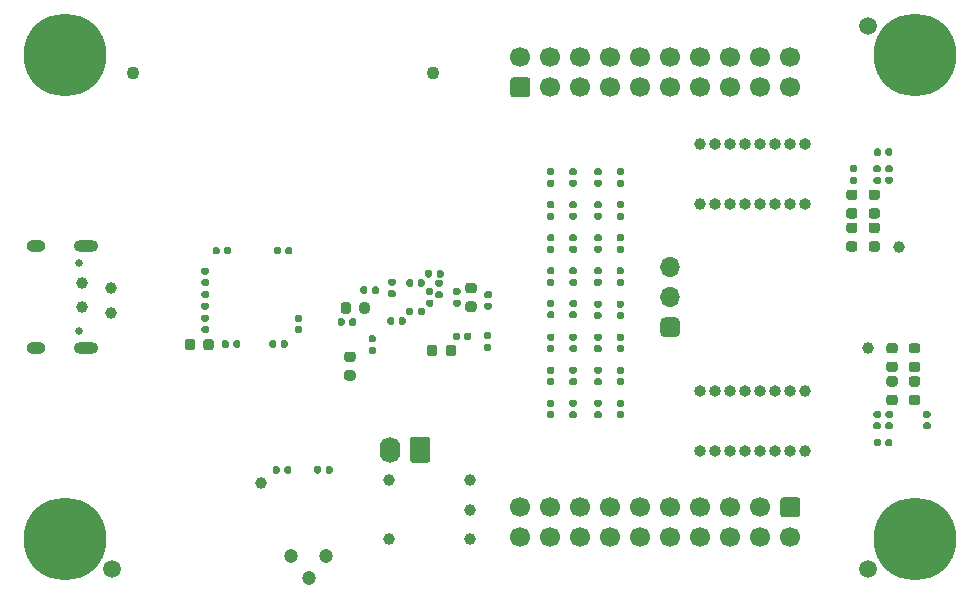
<source format=gbs>
G04 #@! TF.GenerationSoftware,KiCad,Pcbnew,5.1.8*
G04 #@! TF.CreationDate,2020-12-26T16:11:21-08:00*
G04 #@! TF.ProjectId,glasgow,676c6173-676f-4772-9e6b-696361645f70,C2*
G04 #@! TF.SameCoordinates,Original*
G04 #@! TF.FileFunction,Soldermask,Bot*
G04 #@! TF.FilePolarity,Negative*
%FSLAX46Y46*%
G04 Gerber Fmt 4.6, Leading zero omitted, Abs format (unit mm)*
G04 Created by KiCad (PCBNEW 5.1.8) date 2020-12-26 16:11:21*
%MOMM*%
%LPD*%
G01*
G04 APERTURE LIST*
%ADD10C,1.200000*%
%ADD11O,1.600000X1.000000*%
%ADD12C,0.650000*%
%ADD13O,2.100000X1.000000*%
%ADD14C,1.100000*%
%ADD15C,1.700000*%
%ADD16C,1.000000*%
%ADD17O,1.000000X1.000000*%
%ADD18O,1.700000X1.700000*%
%ADD19C,1.500000*%
%ADD20O,1.740000X2.200000*%
%ADD21C,7.000000*%
%ADD22C,0.800000*%
G04 APERTURE END LIST*
D10*
X74650000Y-119230000D03*
X76150000Y-117380000D03*
X73150000Y-117380000D03*
D11*
X51600000Y-99820000D03*
D12*
X55250000Y-98390000D03*
D11*
X51600000Y-91180000D03*
D12*
X55250000Y-92610000D03*
D13*
X55780000Y-91180000D03*
X55780000Y-99820000D03*
D14*
X85200000Y-76500000D03*
X59800000Y-76500000D03*
G36*
G01*
X93170000Y-78570000D02*
X91970000Y-78570000D01*
G75*
G02*
X91720000Y-78320000I0J250000D01*
G01*
X91720000Y-77120000D01*
G75*
G02*
X91970000Y-76870000I250000J0D01*
G01*
X93170000Y-76870000D01*
G75*
G02*
X93420000Y-77120000I0J-250000D01*
G01*
X93420000Y-78320000D01*
G75*
G02*
X93170000Y-78570000I-250000J0D01*
G01*
G37*
D15*
X95110000Y-77720000D03*
X97650000Y-77720000D03*
X100190000Y-77720000D03*
X102730000Y-77720000D03*
X105270000Y-77720000D03*
X107810000Y-77720000D03*
X110350000Y-77720000D03*
X112890000Y-77720000D03*
X115430000Y-77720000D03*
X92570000Y-75180000D03*
X95110000Y-75180000D03*
X97650000Y-75180000D03*
X100190000Y-75180000D03*
X102730000Y-75180000D03*
X105270000Y-75180000D03*
X107810000Y-75180000D03*
X110350000Y-75180000D03*
X112890000Y-75180000D03*
X115430000Y-75180000D03*
G36*
G01*
X114830000Y-112430000D02*
X116030000Y-112430000D01*
G75*
G02*
X116280000Y-112680000I0J-250000D01*
G01*
X116280000Y-113880000D01*
G75*
G02*
X116030000Y-114130000I-250000J0D01*
G01*
X114830000Y-114130000D01*
G75*
G02*
X114580000Y-113880000I0J250000D01*
G01*
X114580000Y-112680000D01*
G75*
G02*
X114830000Y-112430000I250000J0D01*
G01*
G37*
X112890000Y-113280000D03*
X110350000Y-113280000D03*
X107810000Y-113280000D03*
X105270000Y-113280000D03*
X102730000Y-113280000D03*
X100190000Y-113280000D03*
X97650000Y-113280000D03*
X95110000Y-113280000D03*
X92570000Y-113280000D03*
X115430000Y-115820000D03*
X112890000Y-115820000D03*
X110350000Y-115820000D03*
X107810000Y-115820000D03*
X105270000Y-115820000D03*
X102730000Y-115820000D03*
X100190000Y-115820000D03*
X97650000Y-115820000D03*
X95110000Y-115820000D03*
X92570000Y-115820000D03*
D16*
X107800000Y-87600000D03*
D17*
X109070000Y-87600000D03*
X110340000Y-87600000D03*
X111610000Y-87600000D03*
X112880000Y-87600000D03*
X114150000Y-87600000D03*
X115420000Y-87600000D03*
X116690000Y-87600000D03*
D16*
X107800000Y-82500000D03*
D17*
X109070000Y-82500000D03*
X110340000Y-82500000D03*
X111610000Y-82500000D03*
X112880000Y-82500000D03*
X114150000Y-82500000D03*
X115420000Y-82500000D03*
X116690000Y-82500000D03*
D16*
X116700000Y-103420000D03*
D17*
X115430000Y-103420000D03*
X114160000Y-103420000D03*
X112890000Y-103420000D03*
X111620000Y-103420000D03*
X110350000Y-103420000D03*
X109080000Y-103420000D03*
X107810000Y-103420000D03*
D16*
X116700000Y-108500000D03*
D17*
X115430000Y-108500000D03*
X114160000Y-108500000D03*
X112890000Y-108500000D03*
X111620000Y-108500000D03*
X110350000Y-108500000D03*
X109080000Y-108500000D03*
X107810000Y-108500000D03*
G36*
G01*
X106120000Y-97615000D02*
X106120000Y-98465000D01*
G75*
G02*
X105695000Y-98890000I-425000J0D01*
G01*
X104845000Y-98890000D01*
G75*
G02*
X104420000Y-98465000I0J425000D01*
G01*
X104420000Y-97615000D01*
G75*
G02*
X104845000Y-97190000I425000J0D01*
G01*
X105695000Y-97190000D01*
G75*
G02*
X106120000Y-97615000I0J-425000D01*
G01*
G37*
D18*
X105270000Y-95500000D03*
X105270000Y-92960000D03*
D19*
X122000000Y-118500000D03*
X122000000Y-72500000D03*
X58000000Y-118500000D03*
G36*
G01*
X84970000Y-107549999D02*
X84970000Y-109250001D01*
G75*
G02*
X84720001Y-109500000I-249999J0D01*
G01*
X83479999Y-109500000D01*
G75*
G02*
X83230000Y-109250001I0J249999D01*
G01*
X83230000Y-107549999D01*
G75*
G02*
X83479999Y-107300000I249999J0D01*
G01*
X84720001Y-107300000D01*
G75*
G02*
X84970000Y-107549999I0J-249999D01*
G01*
G37*
D20*
X81560000Y-108400000D03*
G36*
G01*
X120906250Y-88825000D02*
X120393750Y-88825000D01*
G75*
G02*
X120175000Y-88606250I0J218750D01*
G01*
X120175000Y-88168750D01*
G75*
G02*
X120393750Y-87950000I218750J0D01*
G01*
X120906250Y-87950000D01*
G75*
G02*
X121125000Y-88168750I0J-218750D01*
G01*
X121125000Y-88606250D01*
G75*
G02*
X120906250Y-88825000I-218750J0D01*
G01*
G37*
G36*
G01*
X120906250Y-87250000D02*
X120393750Y-87250000D01*
G75*
G02*
X120175000Y-87031250I0J218750D01*
G01*
X120175000Y-86593750D01*
G75*
G02*
X120393750Y-86375000I218750J0D01*
G01*
X120906250Y-86375000D01*
G75*
G02*
X121125000Y-86593750I0J-218750D01*
G01*
X121125000Y-87031250D01*
G75*
G02*
X120906250Y-87250000I-218750J0D01*
G01*
G37*
G36*
G01*
X125693750Y-102175000D02*
X126206250Y-102175000D01*
G75*
G02*
X126425000Y-102393750I0J-218750D01*
G01*
X126425000Y-102831250D01*
G75*
G02*
X126206250Y-103050000I-218750J0D01*
G01*
X125693750Y-103050000D01*
G75*
G02*
X125475000Y-102831250I0J218750D01*
G01*
X125475000Y-102393750D01*
G75*
G02*
X125693750Y-102175000I218750J0D01*
G01*
G37*
G36*
G01*
X125693750Y-103750000D02*
X126206250Y-103750000D01*
G75*
G02*
X126425000Y-103968750I0J-218750D01*
G01*
X126425000Y-104406250D01*
G75*
G02*
X126206250Y-104625000I-218750J0D01*
G01*
X125693750Y-104625000D01*
G75*
G02*
X125475000Y-104406250I0J218750D01*
G01*
X125475000Y-103968750D01*
G75*
G02*
X125693750Y-103750000I218750J0D01*
G01*
G37*
G36*
G01*
X120906250Y-91625000D02*
X120393750Y-91625000D01*
G75*
G02*
X120175000Y-91406250I0J218750D01*
G01*
X120175000Y-90968750D01*
G75*
G02*
X120393750Y-90750000I218750J0D01*
G01*
X120906250Y-90750000D01*
G75*
G02*
X121125000Y-90968750I0J-218750D01*
G01*
X121125000Y-91406250D01*
G75*
G02*
X120906250Y-91625000I-218750J0D01*
G01*
G37*
G36*
G01*
X120906250Y-90050000D02*
X120393750Y-90050000D01*
G75*
G02*
X120175000Y-89831250I0J218750D01*
G01*
X120175000Y-89393750D01*
G75*
G02*
X120393750Y-89175000I218750J0D01*
G01*
X120906250Y-89175000D01*
G75*
G02*
X121125000Y-89393750I0J-218750D01*
G01*
X121125000Y-89831250D01*
G75*
G02*
X120906250Y-90050000I-218750J0D01*
G01*
G37*
G36*
G01*
X125693750Y-99375000D02*
X126206250Y-99375000D01*
G75*
G02*
X126425000Y-99593750I0J-218750D01*
G01*
X126425000Y-100031250D01*
G75*
G02*
X126206250Y-100250000I-218750J0D01*
G01*
X125693750Y-100250000D01*
G75*
G02*
X125475000Y-100031250I0J218750D01*
G01*
X125475000Y-99593750D01*
G75*
G02*
X125693750Y-99375000I218750J0D01*
G01*
G37*
G36*
G01*
X125693750Y-100950000D02*
X126206250Y-100950000D01*
G75*
G02*
X126425000Y-101168750I0J-218750D01*
G01*
X126425000Y-101606250D01*
G75*
G02*
X126206250Y-101825000I-218750J0D01*
G01*
X125693750Y-101825000D01*
G75*
G02*
X125475000Y-101606250I0J218750D01*
G01*
X125475000Y-101168750D01*
G75*
G02*
X125693750Y-100950000I218750J0D01*
G01*
G37*
G36*
G01*
X123793750Y-103750000D02*
X124306250Y-103750000D01*
G75*
G02*
X124525000Y-103968750I0J-218750D01*
G01*
X124525000Y-104406250D01*
G75*
G02*
X124306250Y-104625000I-218750J0D01*
G01*
X123793750Y-104625000D01*
G75*
G02*
X123575000Y-104406250I0J218750D01*
G01*
X123575000Y-103968750D01*
G75*
G02*
X123793750Y-103750000I218750J0D01*
G01*
G37*
G36*
G01*
X123793750Y-102175000D02*
X124306250Y-102175000D01*
G75*
G02*
X124525000Y-102393750I0J-218750D01*
G01*
X124525000Y-102831250D01*
G75*
G02*
X124306250Y-103050000I-218750J0D01*
G01*
X123793750Y-103050000D01*
G75*
G02*
X123575000Y-102831250I0J218750D01*
G01*
X123575000Y-102393750D01*
G75*
G02*
X123793750Y-102175000I218750J0D01*
G01*
G37*
G36*
G01*
X122806250Y-87250000D02*
X122293750Y-87250000D01*
G75*
G02*
X122075000Y-87031250I0J218750D01*
G01*
X122075000Y-86593750D01*
G75*
G02*
X122293750Y-86375000I218750J0D01*
G01*
X122806250Y-86375000D01*
G75*
G02*
X123025000Y-86593750I0J-218750D01*
G01*
X123025000Y-87031250D01*
G75*
G02*
X122806250Y-87250000I-218750J0D01*
G01*
G37*
G36*
G01*
X122806250Y-88825000D02*
X122293750Y-88825000D01*
G75*
G02*
X122075000Y-88606250I0J218750D01*
G01*
X122075000Y-88168750D01*
G75*
G02*
X122293750Y-87950000I218750J0D01*
G01*
X122806250Y-87950000D01*
G75*
G02*
X123025000Y-88168750I0J-218750D01*
G01*
X123025000Y-88606250D01*
G75*
G02*
X122806250Y-88825000I-218750J0D01*
G01*
G37*
G36*
G01*
X123793750Y-100950000D02*
X124306250Y-100950000D01*
G75*
G02*
X124525000Y-101168750I0J-218750D01*
G01*
X124525000Y-101606250D01*
G75*
G02*
X124306250Y-101825000I-218750J0D01*
G01*
X123793750Y-101825000D01*
G75*
G02*
X123575000Y-101606250I0J218750D01*
G01*
X123575000Y-101168750D01*
G75*
G02*
X123793750Y-100950000I218750J0D01*
G01*
G37*
G36*
G01*
X123793750Y-99375000D02*
X124306250Y-99375000D01*
G75*
G02*
X124525000Y-99593750I0J-218750D01*
G01*
X124525000Y-100031250D01*
G75*
G02*
X124306250Y-100250000I-218750J0D01*
G01*
X123793750Y-100250000D01*
G75*
G02*
X123575000Y-100031250I0J218750D01*
G01*
X123575000Y-99593750D01*
G75*
G02*
X123793750Y-99375000I218750J0D01*
G01*
G37*
G36*
G01*
X122806250Y-90050000D02*
X122293750Y-90050000D01*
G75*
G02*
X122075000Y-89831250I0J218750D01*
G01*
X122075000Y-89393750D01*
G75*
G02*
X122293750Y-89175000I218750J0D01*
G01*
X122806250Y-89175000D01*
G75*
G02*
X123025000Y-89393750I0J-218750D01*
G01*
X123025000Y-89831250D01*
G75*
G02*
X122806250Y-90050000I-218750J0D01*
G01*
G37*
G36*
G01*
X122806250Y-91625000D02*
X122293750Y-91625000D01*
G75*
G02*
X122075000Y-91406250I0J218750D01*
G01*
X122075000Y-90968750D01*
G75*
G02*
X122293750Y-90750000I218750J0D01*
G01*
X122806250Y-90750000D01*
G75*
G02*
X123025000Y-90968750I0J-218750D01*
G01*
X123025000Y-91406250D01*
G75*
G02*
X122806250Y-91625000I-218750J0D01*
G01*
G37*
G36*
G01*
X120627500Y-85290000D02*
X120972500Y-85290000D01*
G75*
G02*
X121120000Y-85437500I0J-147500D01*
G01*
X121120000Y-85732500D01*
G75*
G02*
X120972500Y-85880000I-147500J0D01*
G01*
X120627500Y-85880000D01*
G75*
G02*
X120480000Y-85732500I0J147500D01*
G01*
X120480000Y-85437500D01*
G75*
G02*
X120627500Y-85290000I147500J0D01*
G01*
G37*
G36*
G01*
X120627500Y-84320000D02*
X120972500Y-84320000D01*
G75*
G02*
X121120000Y-84467500I0J-147500D01*
G01*
X121120000Y-84762500D01*
G75*
G02*
X120972500Y-84910000I-147500J0D01*
G01*
X120627500Y-84910000D01*
G75*
G02*
X120480000Y-84762500I0J147500D01*
G01*
X120480000Y-84467500D01*
G75*
G02*
X120627500Y-84320000I147500J0D01*
G01*
G37*
G36*
G01*
X127172500Y-105710000D02*
X126827500Y-105710000D01*
G75*
G02*
X126680000Y-105562500I0J147500D01*
G01*
X126680000Y-105267500D01*
G75*
G02*
X126827500Y-105120000I147500J0D01*
G01*
X127172500Y-105120000D01*
G75*
G02*
X127320000Y-105267500I0J-147500D01*
G01*
X127320000Y-105562500D01*
G75*
G02*
X127172500Y-105710000I-147500J0D01*
G01*
G37*
G36*
G01*
X127172500Y-106680000D02*
X126827500Y-106680000D01*
G75*
G02*
X126680000Y-106532500I0J147500D01*
G01*
X126680000Y-106237500D01*
G75*
G02*
X126827500Y-106090000I147500J0D01*
G01*
X127172500Y-106090000D01*
G75*
G02*
X127320000Y-106237500I0J-147500D01*
G01*
X127320000Y-106532500D01*
G75*
G02*
X127172500Y-106680000I-147500J0D01*
G01*
G37*
G36*
G01*
X88656250Y-95150000D02*
X88143750Y-95150000D01*
G75*
G02*
X87925000Y-94931250I0J218750D01*
G01*
X87925000Y-94493750D01*
G75*
G02*
X88143750Y-94275000I218750J0D01*
G01*
X88656250Y-94275000D01*
G75*
G02*
X88875000Y-94493750I0J-218750D01*
G01*
X88875000Y-94931250D01*
G75*
G02*
X88656250Y-95150000I-218750J0D01*
G01*
G37*
G36*
G01*
X88656250Y-96725000D02*
X88143750Y-96725000D01*
G75*
G02*
X87925000Y-96506250I0J218750D01*
G01*
X87925000Y-96068750D01*
G75*
G02*
X88143750Y-95850000I218750J0D01*
G01*
X88656250Y-95850000D01*
G75*
G02*
X88875000Y-96068750I0J-218750D01*
G01*
X88875000Y-96506250D01*
G75*
G02*
X88656250Y-96725000I-218750J0D01*
G01*
G37*
G36*
G01*
X78250000Y-96143750D02*
X78250000Y-96656250D01*
G75*
G02*
X78031250Y-96875000I-218750J0D01*
G01*
X77593750Y-96875000D01*
G75*
G02*
X77375000Y-96656250I0J218750D01*
G01*
X77375000Y-96143750D01*
G75*
G02*
X77593750Y-95925000I218750J0D01*
G01*
X78031250Y-95925000D01*
G75*
G02*
X78250000Y-96143750I0J-218750D01*
G01*
G37*
G36*
G01*
X79825000Y-96143750D02*
X79825000Y-96656250D01*
G75*
G02*
X79606250Y-96875000I-218750J0D01*
G01*
X79168750Y-96875000D01*
G75*
G02*
X78950000Y-96656250I0J218750D01*
G01*
X78950000Y-96143750D01*
G75*
G02*
X79168750Y-95925000I218750J0D01*
G01*
X79606250Y-95925000D01*
G75*
G02*
X79825000Y-96143750I0J-218750D01*
G01*
G37*
G36*
G01*
X86250000Y-100256250D02*
X86250000Y-99743750D01*
G75*
G02*
X86468750Y-99525000I218750J0D01*
G01*
X86906250Y-99525000D01*
G75*
G02*
X87125000Y-99743750I0J-218750D01*
G01*
X87125000Y-100256250D01*
G75*
G02*
X86906250Y-100475000I-218750J0D01*
G01*
X86468750Y-100475000D01*
G75*
G02*
X86250000Y-100256250I0J218750D01*
G01*
G37*
G36*
G01*
X84675000Y-100256250D02*
X84675000Y-99743750D01*
G75*
G02*
X84893750Y-99525000I218750J0D01*
G01*
X85331250Y-99525000D01*
G75*
G02*
X85550000Y-99743750I0J-218750D01*
G01*
X85550000Y-100256250D01*
G75*
G02*
X85331250Y-100475000I-218750J0D01*
G01*
X84893750Y-100475000D01*
G75*
G02*
X84675000Y-100256250I0J218750D01*
G01*
G37*
G36*
G01*
X77893750Y-101675000D02*
X78406250Y-101675000D01*
G75*
G02*
X78625000Y-101893750I0J-218750D01*
G01*
X78625000Y-102331250D01*
G75*
G02*
X78406250Y-102550000I-218750J0D01*
G01*
X77893750Y-102550000D01*
G75*
G02*
X77675000Y-102331250I0J218750D01*
G01*
X77675000Y-101893750D01*
G75*
G02*
X77893750Y-101675000I218750J0D01*
G01*
G37*
G36*
G01*
X77893750Y-100100000D02*
X78406250Y-100100000D01*
G75*
G02*
X78625000Y-100318750I0J-218750D01*
G01*
X78625000Y-100756250D01*
G75*
G02*
X78406250Y-100975000I-218750J0D01*
G01*
X77893750Y-100975000D01*
G75*
G02*
X77675000Y-100756250I0J218750D01*
G01*
X77675000Y-100318750D01*
G75*
G02*
X77893750Y-100100000I218750J0D01*
G01*
G37*
G36*
G01*
X65750000Y-99756250D02*
X65750000Y-99243750D01*
G75*
G02*
X65968750Y-99025000I218750J0D01*
G01*
X66406250Y-99025000D01*
G75*
G02*
X66625000Y-99243750I0J-218750D01*
G01*
X66625000Y-99756250D01*
G75*
G02*
X66406250Y-99975000I-218750J0D01*
G01*
X65968750Y-99975000D01*
G75*
G02*
X65750000Y-99756250I0J218750D01*
G01*
G37*
G36*
G01*
X64175000Y-99756250D02*
X64175000Y-99243750D01*
G75*
G02*
X64393750Y-99025000I218750J0D01*
G01*
X64831250Y-99025000D01*
G75*
G02*
X65050000Y-99243750I0J-218750D01*
G01*
X65050000Y-99756250D01*
G75*
G02*
X64831250Y-99975000I-218750J0D01*
G01*
X64393750Y-99975000D01*
G75*
G02*
X64175000Y-99756250I0J218750D01*
G01*
G37*
D21*
X126000000Y-75000000D03*
D22*
X128625000Y-75000000D03*
X127856155Y-76856155D03*
X126000000Y-77625000D03*
X124143845Y-76856155D03*
X123375000Y-75000000D03*
X124143845Y-73143845D03*
X126000000Y-72375000D03*
X127856155Y-73143845D03*
G36*
G01*
X122972500Y-84910000D02*
X122627500Y-84910000D01*
G75*
G02*
X122480000Y-84762500I0J147500D01*
G01*
X122480000Y-84467500D01*
G75*
G02*
X122627500Y-84320000I147500J0D01*
G01*
X122972500Y-84320000D01*
G75*
G02*
X123120000Y-84467500I0J-147500D01*
G01*
X123120000Y-84762500D01*
G75*
G02*
X122972500Y-84910000I-147500J0D01*
G01*
G37*
G36*
G01*
X122972500Y-85880000D02*
X122627500Y-85880000D01*
G75*
G02*
X122480000Y-85732500I0J147500D01*
G01*
X122480000Y-85437500D01*
G75*
G02*
X122627500Y-85290000I147500J0D01*
G01*
X122972500Y-85290000D01*
G75*
G02*
X123120000Y-85437500I0J-147500D01*
G01*
X123120000Y-85732500D01*
G75*
G02*
X122972500Y-85880000I-147500J0D01*
G01*
G37*
G36*
G01*
X123972500Y-84910000D02*
X123627500Y-84910000D01*
G75*
G02*
X123480000Y-84762500I0J147500D01*
G01*
X123480000Y-84467500D01*
G75*
G02*
X123627500Y-84320000I147500J0D01*
G01*
X123972500Y-84320000D01*
G75*
G02*
X124120000Y-84467500I0J-147500D01*
G01*
X124120000Y-84762500D01*
G75*
G02*
X123972500Y-84910000I-147500J0D01*
G01*
G37*
G36*
G01*
X123972500Y-85880000D02*
X123627500Y-85880000D01*
G75*
G02*
X123480000Y-85732500I0J147500D01*
G01*
X123480000Y-85437500D01*
G75*
G02*
X123627500Y-85290000I147500J0D01*
G01*
X123972500Y-85290000D01*
G75*
G02*
X124120000Y-85437500I0J-147500D01*
G01*
X124120000Y-85732500D01*
G75*
G02*
X123972500Y-85880000I-147500J0D01*
G01*
G37*
G36*
G01*
X123627500Y-106090000D02*
X123972500Y-106090000D01*
G75*
G02*
X124120000Y-106237500I0J-147500D01*
G01*
X124120000Y-106532500D01*
G75*
G02*
X123972500Y-106680000I-147500J0D01*
G01*
X123627500Y-106680000D01*
G75*
G02*
X123480000Y-106532500I0J147500D01*
G01*
X123480000Y-106237500D01*
G75*
G02*
X123627500Y-106090000I147500J0D01*
G01*
G37*
G36*
G01*
X123627500Y-105120000D02*
X123972500Y-105120000D01*
G75*
G02*
X124120000Y-105267500I0J-147500D01*
G01*
X124120000Y-105562500D01*
G75*
G02*
X123972500Y-105710000I-147500J0D01*
G01*
X123627500Y-105710000D01*
G75*
G02*
X123480000Y-105562500I0J147500D01*
G01*
X123480000Y-105267500D01*
G75*
G02*
X123627500Y-105120000I147500J0D01*
G01*
G37*
G36*
G01*
X122627500Y-106090000D02*
X122972500Y-106090000D01*
G75*
G02*
X123120000Y-106237500I0J-147500D01*
G01*
X123120000Y-106532500D01*
G75*
G02*
X122972500Y-106680000I-147500J0D01*
G01*
X122627500Y-106680000D01*
G75*
G02*
X122480000Y-106532500I0J147500D01*
G01*
X122480000Y-106237500D01*
G75*
G02*
X122627500Y-106090000I147500J0D01*
G01*
G37*
G36*
G01*
X122627500Y-105120000D02*
X122972500Y-105120000D01*
G75*
G02*
X123120000Y-105267500I0J-147500D01*
G01*
X123120000Y-105562500D01*
G75*
G02*
X122972500Y-105710000I-147500J0D01*
G01*
X122627500Y-105710000D01*
G75*
G02*
X122480000Y-105562500I0J147500D01*
G01*
X122480000Y-105267500D01*
G75*
G02*
X122627500Y-105120000I147500J0D01*
G01*
G37*
G36*
G01*
X123490000Y-83372500D02*
X123490000Y-83027500D01*
G75*
G02*
X123637500Y-82880000I147500J0D01*
G01*
X123932500Y-82880000D01*
G75*
G02*
X124080000Y-83027500I0J-147500D01*
G01*
X124080000Y-83372500D01*
G75*
G02*
X123932500Y-83520000I-147500J0D01*
G01*
X123637500Y-83520000D01*
G75*
G02*
X123490000Y-83372500I0J147500D01*
G01*
G37*
G36*
G01*
X122520000Y-83372500D02*
X122520000Y-83027500D01*
G75*
G02*
X122667500Y-82880000I147500J0D01*
G01*
X122962500Y-82880000D01*
G75*
G02*
X123110000Y-83027500I0J-147500D01*
G01*
X123110000Y-83372500D01*
G75*
G02*
X122962500Y-83520000I-147500J0D01*
G01*
X122667500Y-83520000D01*
G75*
G02*
X122520000Y-83372500I0J147500D01*
G01*
G37*
G36*
G01*
X123110000Y-107627500D02*
X123110000Y-107972500D01*
G75*
G02*
X122962500Y-108120000I-147500J0D01*
G01*
X122667500Y-108120000D01*
G75*
G02*
X122520000Y-107972500I0J147500D01*
G01*
X122520000Y-107627500D01*
G75*
G02*
X122667500Y-107480000I147500J0D01*
G01*
X122962500Y-107480000D01*
G75*
G02*
X123110000Y-107627500I0J-147500D01*
G01*
G37*
G36*
G01*
X124080000Y-107627500D02*
X124080000Y-107972500D01*
G75*
G02*
X123932500Y-108120000I-147500J0D01*
G01*
X123637500Y-108120000D01*
G75*
G02*
X123490000Y-107972500I0J147500D01*
G01*
X123490000Y-107627500D01*
G75*
G02*
X123637500Y-107480000I147500J0D01*
G01*
X123932500Y-107480000D01*
G75*
G02*
X124080000Y-107627500I0J-147500D01*
G01*
G37*
D16*
X57900000Y-94700000D03*
X124600000Y-91200000D03*
X122000000Y-99800000D03*
X70650000Y-111200000D03*
X55500000Y-96300000D03*
X57900000Y-96800000D03*
X55500000Y-94250000D03*
X81500000Y-116000000D03*
X81500000Y-111000000D03*
X88300000Y-116000000D03*
X88300000Y-113500000D03*
X88300000Y-111000000D03*
G36*
G01*
X89627500Y-99440000D02*
X89972500Y-99440000D01*
G75*
G02*
X90120000Y-99587500I0J-147500D01*
G01*
X90120000Y-99882500D01*
G75*
G02*
X89972500Y-100030000I-147500J0D01*
G01*
X89627500Y-100030000D01*
G75*
G02*
X89480000Y-99882500I0J147500D01*
G01*
X89480000Y-99587500D01*
G75*
G02*
X89627500Y-99440000I147500J0D01*
G01*
G37*
G36*
G01*
X89627500Y-98470000D02*
X89972500Y-98470000D01*
G75*
G02*
X90120000Y-98617500I0J-147500D01*
G01*
X90120000Y-98912500D01*
G75*
G02*
X89972500Y-99060000I-147500J0D01*
G01*
X89627500Y-99060000D01*
G75*
G02*
X89480000Y-98912500I0J147500D01*
G01*
X89480000Y-98617500D01*
G75*
G02*
X89627500Y-98470000I147500J0D01*
G01*
G37*
G36*
G01*
X96877500Y-93940000D02*
X97222500Y-93940000D01*
G75*
G02*
X97370000Y-94087500I0J-147500D01*
G01*
X97370000Y-94382500D01*
G75*
G02*
X97222500Y-94530000I-147500J0D01*
G01*
X96877500Y-94530000D01*
G75*
G02*
X96730000Y-94382500I0J147500D01*
G01*
X96730000Y-94087500D01*
G75*
G02*
X96877500Y-93940000I147500J0D01*
G01*
G37*
G36*
G01*
X96877500Y-92970000D02*
X97222500Y-92970000D01*
G75*
G02*
X97370000Y-93117500I0J-147500D01*
G01*
X97370000Y-93412500D01*
G75*
G02*
X97222500Y-93560000I-147500J0D01*
G01*
X96877500Y-93560000D01*
G75*
G02*
X96730000Y-93412500I0J147500D01*
G01*
X96730000Y-93117500D01*
G75*
G02*
X96877500Y-92970000I147500J0D01*
G01*
G37*
G36*
G01*
X98977500Y-91140000D02*
X99322500Y-91140000D01*
G75*
G02*
X99470000Y-91287500I0J-147500D01*
G01*
X99470000Y-91582500D01*
G75*
G02*
X99322500Y-91730000I-147500J0D01*
G01*
X98977500Y-91730000D01*
G75*
G02*
X98830000Y-91582500I0J147500D01*
G01*
X98830000Y-91287500D01*
G75*
G02*
X98977500Y-91140000I147500J0D01*
G01*
G37*
G36*
G01*
X98977500Y-90170000D02*
X99322500Y-90170000D01*
G75*
G02*
X99470000Y-90317500I0J-147500D01*
G01*
X99470000Y-90612500D01*
G75*
G02*
X99322500Y-90760000I-147500J0D01*
G01*
X98977500Y-90760000D01*
G75*
G02*
X98830000Y-90612500I0J147500D01*
G01*
X98830000Y-90317500D01*
G75*
G02*
X98977500Y-90170000I147500J0D01*
G01*
G37*
G36*
G01*
X98977500Y-88340000D02*
X99322500Y-88340000D01*
G75*
G02*
X99470000Y-88487500I0J-147500D01*
G01*
X99470000Y-88782500D01*
G75*
G02*
X99322500Y-88930000I-147500J0D01*
G01*
X98977500Y-88930000D01*
G75*
G02*
X98830000Y-88782500I0J147500D01*
G01*
X98830000Y-88487500D01*
G75*
G02*
X98977500Y-88340000I147500J0D01*
G01*
G37*
G36*
G01*
X98977500Y-87370000D02*
X99322500Y-87370000D01*
G75*
G02*
X99470000Y-87517500I0J-147500D01*
G01*
X99470000Y-87812500D01*
G75*
G02*
X99322500Y-87960000I-147500J0D01*
G01*
X98977500Y-87960000D01*
G75*
G02*
X98830000Y-87812500I0J147500D01*
G01*
X98830000Y-87517500D01*
G75*
G02*
X98977500Y-87370000I147500J0D01*
G01*
G37*
G36*
G01*
X98977500Y-85540000D02*
X99322500Y-85540000D01*
G75*
G02*
X99470000Y-85687500I0J-147500D01*
G01*
X99470000Y-85982500D01*
G75*
G02*
X99322500Y-86130000I-147500J0D01*
G01*
X98977500Y-86130000D01*
G75*
G02*
X98830000Y-85982500I0J147500D01*
G01*
X98830000Y-85687500D01*
G75*
G02*
X98977500Y-85540000I147500J0D01*
G01*
G37*
G36*
G01*
X98977500Y-84570000D02*
X99322500Y-84570000D01*
G75*
G02*
X99470000Y-84717500I0J-147500D01*
G01*
X99470000Y-85012500D01*
G75*
G02*
X99322500Y-85160000I-147500J0D01*
G01*
X98977500Y-85160000D01*
G75*
G02*
X98830000Y-85012500I0J147500D01*
G01*
X98830000Y-84717500D01*
G75*
G02*
X98977500Y-84570000I147500J0D01*
G01*
G37*
G36*
G01*
X96877500Y-88340000D02*
X97222500Y-88340000D01*
G75*
G02*
X97370000Y-88487500I0J-147500D01*
G01*
X97370000Y-88782500D01*
G75*
G02*
X97222500Y-88930000I-147500J0D01*
G01*
X96877500Y-88930000D01*
G75*
G02*
X96730000Y-88782500I0J147500D01*
G01*
X96730000Y-88487500D01*
G75*
G02*
X96877500Y-88340000I147500J0D01*
G01*
G37*
G36*
G01*
X96877500Y-87370000D02*
X97222500Y-87370000D01*
G75*
G02*
X97370000Y-87517500I0J-147500D01*
G01*
X97370000Y-87812500D01*
G75*
G02*
X97222500Y-87960000I-147500J0D01*
G01*
X96877500Y-87960000D01*
G75*
G02*
X96730000Y-87812500I0J147500D01*
G01*
X96730000Y-87517500D01*
G75*
G02*
X96877500Y-87370000I147500J0D01*
G01*
G37*
G36*
G01*
X94977500Y-91140000D02*
X95322500Y-91140000D01*
G75*
G02*
X95470000Y-91287500I0J-147500D01*
G01*
X95470000Y-91582500D01*
G75*
G02*
X95322500Y-91730000I-147500J0D01*
G01*
X94977500Y-91730000D01*
G75*
G02*
X94830000Y-91582500I0J147500D01*
G01*
X94830000Y-91287500D01*
G75*
G02*
X94977500Y-91140000I147500J0D01*
G01*
G37*
G36*
G01*
X94977500Y-90170000D02*
X95322500Y-90170000D01*
G75*
G02*
X95470000Y-90317500I0J-147500D01*
G01*
X95470000Y-90612500D01*
G75*
G02*
X95322500Y-90760000I-147500J0D01*
G01*
X94977500Y-90760000D01*
G75*
G02*
X94830000Y-90612500I0J147500D01*
G01*
X94830000Y-90317500D01*
G75*
G02*
X94977500Y-90170000I147500J0D01*
G01*
G37*
G36*
G01*
X94977500Y-93940000D02*
X95322500Y-93940000D01*
G75*
G02*
X95470000Y-94087500I0J-147500D01*
G01*
X95470000Y-94382500D01*
G75*
G02*
X95322500Y-94530000I-147500J0D01*
G01*
X94977500Y-94530000D01*
G75*
G02*
X94830000Y-94382500I0J147500D01*
G01*
X94830000Y-94087500D01*
G75*
G02*
X94977500Y-93940000I147500J0D01*
G01*
G37*
G36*
G01*
X94977500Y-92970000D02*
X95322500Y-92970000D01*
G75*
G02*
X95470000Y-93117500I0J-147500D01*
G01*
X95470000Y-93412500D01*
G75*
G02*
X95322500Y-93560000I-147500J0D01*
G01*
X94977500Y-93560000D01*
G75*
G02*
X94830000Y-93412500I0J147500D01*
G01*
X94830000Y-93117500D01*
G75*
G02*
X94977500Y-92970000I147500J0D01*
G01*
G37*
G36*
G01*
X94977500Y-88340000D02*
X95322500Y-88340000D01*
G75*
G02*
X95470000Y-88487500I0J-147500D01*
G01*
X95470000Y-88782500D01*
G75*
G02*
X95322500Y-88930000I-147500J0D01*
G01*
X94977500Y-88930000D01*
G75*
G02*
X94830000Y-88782500I0J147500D01*
G01*
X94830000Y-88487500D01*
G75*
G02*
X94977500Y-88340000I147500J0D01*
G01*
G37*
G36*
G01*
X94977500Y-87370000D02*
X95322500Y-87370000D01*
G75*
G02*
X95470000Y-87517500I0J-147500D01*
G01*
X95470000Y-87812500D01*
G75*
G02*
X95322500Y-87960000I-147500J0D01*
G01*
X94977500Y-87960000D01*
G75*
G02*
X94830000Y-87812500I0J147500D01*
G01*
X94830000Y-87517500D01*
G75*
G02*
X94977500Y-87370000I147500J0D01*
G01*
G37*
G36*
G01*
X94977500Y-85540000D02*
X95322500Y-85540000D01*
G75*
G02*
X95470000Y-85687500I0J-147500D01*
G01*
X95470000Y-85982500D01*
G75*
G02*
X95322500Y-86130000I-147500J0D01*
G01*
X94977500Y-86130000D01*
G75*
G02*
X94830000Y-85982500I0J147500D01*
G01*
X94830000Y-85687500D01*
G75*
G02*
X94977500Y-85540000I147500J0D01*
G01*
G37*
G36*
G01*
X94977500Y-84570000D02*
X95322500Y-84570000D01*
G75*
G02*
X95470000Y-84717500I0J-147500D01*
G01*
X95470000Y-85012500D01*
G75*
G02*
X95322500Y-85160000I-147500J0D01*
G01*
X94977500Y-85160000D01*
G75*
G02*
X94830000Y-85012500I0J147500D01*
G01*
X94830000Y-84717500D01*
G75*
G02*
X94977500Y-84570000I147500J0D01*
G01*
G37*
G36*
G01*
X96877500Y-85540000D02*
X97222500Y-85540000D01*
G75*
G02*
X97370000Y-85687500I0J-147500D01*
G01*
X97370000Y-85982500D01*
G75*
G02*
X97222500Y-86130000I-147500J0D01*
G01*
X96877500Y-86130000D01*
G75*
G02*
X96730000Y-85982500I0J147500D01*
G01*
X96730000Y-85687500D01*
G75*
G02*
X96877500Y-85540000I147500J0D01*
G01*
G37*
G36*
G01*
X96877500Y-84570000D02*
X97222500Y-84570000D01*
G75*
G02*
X97370000Y-84717500I0J-147500D01*
G01*
X97370000Y-85012500D01*
G75*
G02*
X97222500Y-85160000I-147500J0D01*
G01*
X96877500Y-85160000D01*
G75*
G02*
X96730000Y-85012500I0J147500D01*
G01*
X96730000Y-84717500D01*
G75*
G02*
X96877500Y-84570000I147500J0D01*
G01*
G37*
G36*
G01*
X96877500Y-105140000D02*
X97222500Y-105140000D01*
G75*
G02*
X97370000Y-105287500I0J-147500D01*
G01*
X97370000Y-105582500D01*
G75*
G02*
X97222500Y-105730000I-147500J0D01*
G01*
X96877500Y-105730000D01*
G75*
G02*
X96730000Y-105582500I0J147500D01*
G01*
X96730000Y-105287500D01*
G75*
G02*
X96877500Y-105140000I147500J0D01*
G01*
G37*
G36*
G01*
X96877500Y-104170000D02*
X97222500Y-104170000D01*
G75*
G02*
X97370000Y-104317500I0J-147500D01*
G01*
X97370000Y-104612500D01*
G75*
G02*
X97222500Y-104760000I-147500J0D01*
G01*
X96877500Y-104760000D01*
G75*
G02*
X96730000Y-104612500I0J147500D01*
G01*
X96730000Y-104317500D01*
G75*
G02*
X96877500Y-104170000I147500J0D01*
G01*
G37*
G36*
G01*
X94977500Y-105140000D02*
X95322500Y-105140000D01*
G75*
G02*
X95470000Y-105287500I0J-147500D01*
G01*
X95470000Y-105582500D01*
G75*
G02*
X95322500Y-105730000I-147500J0D01*
G01*
X94977500Y-105730000D01*
G75*
G02*
X94830000Y-105582500I0J147500D01*
G01*
X94830000Y-105287500D01*
G75*
G02*
X94977500Y-105140000I147500J0D01*
G01*
G37*
G36*
G01*
X94977500Y-104170000D02*
X95322500Y-104170000D01*
G75*
G02*
X95470000Y-104317500I0J-147500D01*
G01*
X95470000Y-104612500D01*
G75*
G02*
X95322500Y-104760000I-147500J0D01*
G01*
X94977500Y-104760000D01*
G75*
G02*
X94830000Y-104612500I0J147500D01*
G01*
X94830000Y-104317500D01*
G75*
G02*
X94977500Y-104170000I147500J0D01*
G01*
G37*
G36*
G01*
X96877500Y-102340000D02*
X97222500Y-102340000D01*
G75*
G02*
X97370000Y-102487500I0J-147500D01*
G01*
X97370000Y-102782500D01*
G75*
G02*
X97222500Y-102930000I-147500J0D01*
G01*
X96877500Y-102930000D01*
G75*
G02*
X96730000Y-102782500I0J147500D01*
G01*
X96730000Y-102487500D01*
G75*
G02*
X96877500Y-102340000I147500J0D01*
G01*
G37*
G36*
G01*
X96877500Y-101370000D02*
X97222500Y-101370000D01*
G75*
G02*
X97370000Y-101517500I0J-147500D01*
G01*
X97370000Y-101812500D01*
G75*
G02*
X97222500Y-101960000I-147500J0D01*
G01*
X96877500Y-101960000D01*
G75*
G02*
X96730000Y-101812500I0J147500D01*
G01*
X96730000Y-101517500D01*
G75*
G02*
X96877500Y-101370000I147500J0D01*
G01*
G37*
G36*
G01*
X94977500Y-102340000D02*
X95322500Y-102340000D01*
G75*
G02*
X95470000Y-102487500I0J-147500D01*
G01*
X95470000Y-102782500D01*
G75*
G02*
X95322500Y-102930000I-147500J0D01*
G01*
X94977500Y-102930000D01*
G75*
G02*
X94830000Y-102782500I0J147500D01*
G01*
X94830000Y-102487500D01*
G75*
G02*
X94977500Y-102340000I147500J0D01*
G01*
G37*
G36*
G01*
X94977500Y-101370000D02*
X95322500Y-101370000D01*
G75*
G02*
X95470000Y-101517500I0J-147500D01*
G01*
X95470000Y-101812500D01*
G75*
G02*
X95322500Y-101960000I-147500J0D01*
G01*
X94977500Y-101960000D01*
G75*
G02*
X94830000Y-101812500I0J147500D01*
G01*
X94830000Y-101517500D01*
G75*
G02*
X94977500Y-101370000I147500J0D01*
G01*
G37*
G36*
G01*
X94977500Y-99540000D02*
X95322500Y-99540000D01*
G75*
G02*
X95470000Y-99687500I0J-147500D01*
G01*
X95470000Y-99982500D01*
G75*
G02*
X95322500Y-100130000I-147500J0D01*
G01*
X94977500Y-100130000D01*
G75*
G02*
X94830000Y-99982500I0J147500D01*
G01*
X94830000Y-99687500D01*
G75*
G02*
X94977500Y-99540000I147500J0D01*
G01*
G37*
G36*
G01*
X94977500Y-98570000D02*
X95322500Y-98570000D01*
G75*
G02*
X95470000Y-98717500I0J-147500D01*
G01*
X95470000Y-99012500D01*
G75*
G02*
X95322500Y-99160000I-147500J0D01*
G01*
X94977500Y-99160000D01*
G75*
G02*
X94830000Y-99012500I0J147500D01*
G01*
X94830000Y-98717500D01*
G75*
G02*
X94977500Y-98570000I147500J0D01*
G01*
G37*
G36*
G01*
X96877500Y-99540000D02*
X97222500Y-99540000D01*
G75*
G02*
X97370000Y-99687500I0J-147500D01*
G01*
X97370000Y-99982500D01*
G75*
G02*
X97222500Y-100130000I-147500J0D01*
G01*
X96877500Y-100130000D01*
G75*
G02*
X96730000Y-99982500I0J147500D01*
G01*
X96730000Y-99687500D01*
G75*
G02*
X96877500Y-99540000I147500J0D01*
G01*
G37*
G36*
G01*
X96877500Y-98570000D02*
X97222500Y-98570000D01*
G75*
G02*
X97370000Y-98717500I0J-147500D01*
G01*
X97370000Y-99012500D01*
G75*
G02*
X97222500Y-99160000I-147500J0D01*
G01*
X96877500Y-99160000D01*
G75*
G02*
X96730000Y-99012500I0J147500D01*
G01*
X96730000Y-98717500D01*
G75*
G02*
X96877500Y-98570000I147500J0D01*
G01*
G37*
G36*
G01*
X80222500Y-99310000D02*
X79877500Y-99310000D01*
G75*
G02*
X79730000Y-99162500I0J147500D01*
G01*
X79730000Y-98867500D01*
G75*
G02*
X79877500Y-98720000I147500J0D01*
G01*
X80222500Y-98720000D01*
G75*
G02*
X80370000Y-98867500I0J-147500D01*
G01*
X80370000Y-99162500D01*
G75*
G02*
X80222500Y-99310000I-147500J0D01*
G01*
G37*
G36*
G01*
X80222500Y-100280000D02*
X79877500Y-100280000D01*
G75*
G02*
X79730000Y-100132500I0J147500D01*
G01*
X79730000Y-99837500D01*
G75*
G02*
X79877500Y-99690000I147500J0D01*
G01*
X80222500Y-99690000D01*
G75*
G02*
X80370000Y-99837500I0J-147500D01*
G01*
X80370000Y-100132500D01*
G75*
G02*
X80222500Y-100280000I-147500J0D01*
G01*
G37*
G36*
G01*
X79625000Y-94727500D02*
X79625000Y-95072500D01*
G75*
G02*
X79477500Y-95220000I-147500J0D01*
G01*
X79182500Y-95220000D01*
G75*
G02*
X79035000Y-95072500I0J147500D01*
G01*
X79035000Y-94727500D01*
G75*
G02*
X79182500Y-94580000I147500J0D01*
G01*
X79477500Y-94580000D01*
G75*
G02*
X79625000Y-94727500I0J-147500D01*
G01*
G37*
G36*
G01*
X80595000Y-94727500D02*
X80595000Y-95072500D01*
G75*
G02*
X80447500Y-95220000I-147500J0D01*
G01*
X80152500Y-95220000D01*
G75*
G02*
X80005000Y-95072500I0J147500D01*
G01*
X80005000Y-94727500D01*
G75*
G02*
X80152500Y-94580000I147500J0D01*
G01*
X80447500Y-94580000D01*
G75*
G02*
X80595000Y-94727500I0J-147500D01*
G01*
G37*
G36*
G01*
X77710000Y-97427500D02*
X77710000Y-97772500D01*
G75*
G02*
X77562500Y-97920000I-147500J0D01*
G01*
X77267500Y-97920000D01*
G75*
G02*
X77120000Y-97772500I0J147500D01*
G01*
X77120000Y-97427500D01*
G75*
G02*
X77267500Y-97280000I147500J0D01*
G01*
X77562500Y-97280000D01*
G75*
G02*
X77710000Y-97427500I0J-147500D01*
G01*
G37*
G36*
G01*
X78680000Y-97427500D02*
X78680000Y-97772500D01*
G75*
G02*
X78532500Y-97920000I-147500J0D01*
G01*
X78237500Y-97920000D01*
G75*
G02*
X78090000Y-97772500I0J147500D01*
G01*
X78090000Y-97427500D01*
G75*
G02*
X78237500Y-97280000I147500J0D01*
G01*
X78532500Y-97280000D01*
G75*
G02*
X78680000Y-97427500I0J-147500D01*
G01*
G37*
G36*
G01*
X90022500Y-95560000D02*
X89677500Y-95560000D01*
G75*
G02*
X89530000Y-95412500I0J147500D01*
G01*
X89530000Y-95117500D01*
G75*
G02*
X89677500Y-94970000I147500J0D01*
G01*
X90022500Y-94970000D01*
G75*
G02*
X90170000Y-95117500I0J-147500D01*
G01*
X90170000Y-95412500D01*
G75*
G02*
X90022500Y-95560000I-147500J0D01*
G01*
G37*
G36*
G01*
X90022500Y-96530000D02*
X89677500Y-96530000D01*
G75*
G02*
X89530000Y-96382500I0J147500D01*
G01*
X89530000Y-96087500D01*
G75*
G02*
X89677500Y-95940000I147500J0D01*
G01*
X90022500Y-95940000D01*
G75*
G02*
X90170000Y-96087500I0J-147500D01*
G01*
X90170000Y-96382500D01*
G75*
G02*
X90022500Y-96530000I-147500J0D01*
G01*
G37*
G36*
G01*
X71910000Y-99277500D02*
X71910000Y-99622500D01*
G75*
G02*
X71762500Y-99770000I-147500J0D01*
G01*
X71467500Y-99770000D01*
G75*
G02*
X71320000Y-99622500I0J147500D01*
G01*
X71320000Y-99277500D01*
G75*
G02*
X71467500Y-99130000I147500J0D01*
G01*
X71762500Y-99130000D01*
G75*
G02*
X71910000Y-99277500I0J-147500D01*
G01*
G37*
G36*
G01*
X72880000Y-99277500D02*
X72880000Y-99622500D01*
G75*
G02*
X72732500Y-99770000I-147500J0D01*
G01*
X72437500Y-99770000D01*
G75*
G02*
X72290000Y-99622500I0J147500D01*
G01*
X72290000Y-99277500D01*
G75*
G02*
X72437500Y-99130000I147500J0D01*
G01*
X72732500Y-99130000D01*
G75*
G02*
X72880000Y-99277500I0J-147500D01*
G01*
G37*
G36*
G01*
X83510000Y-94127500D02*
X83510000Y-94472500D01*
G75*
G02*
X83362500Y-94620000I-147500J0D01*
G01*
X83067500Y-94620000D01*
G75*
G02*
X82920000Y-94472500I0J147500D01*
G01*
X82920000Y-94127500D01*
G75*
G02*
X83067500Y-93980000I147500J0D01*
G01*
X83362500Y-93980000D01*
G75*
G02*
X83510000Y-94127500I0J-147500D01*
G01*
G37*
G36*
G01*
X84480000Y-94127500D02*
X84480000Y-94472500D01*
G75*
G02*
X84332500Y-94620000I-147500J0D01*
G01*
X84037500Y-94620000D01*
G75*
G02*
X83890000Y-94472500I0J147500D01*
G01*
X83890000Y-94127500D01*
G75*
G02*
X84037500Y-93980000I147500J0D01*
G01*
X84332500Y-93980000D01*
G75*
G02*
X84480000Y-94127500I0J-147500D01*
G01*
G37*
G36*
G01*
X82290000Y-97672500D02*
X82290000Y-97327500D01*
G75*
G02*
X82437500Y-97180000I147500J0D01*
G01*
X82732500Y-97180000D01*
G75*
G02*
X82880000Y-97327500I0J-147500D01*
G01*
X82880000Y-97672500D01*
G75*
G02*
X82732500Y-97820000I-147500J0D01*
G01*
X82437500Y-97820000D01*
G75*
G02*
X82290000Y-97672500I0J147500D01*
G01*
G37*
G36*
G01*
X81320000Y-97672500D02*
X81320000Y-97327500D01*
G75*
G02*
X81467500Y-97180000I147500J0D01*
G01*
X81762500Y-97180000D01*
G75*
G02*
X81910000Y-97327500I0J-147500D01*
G01*
X81910000Y-97672500D01*
G75*
G02*
X81762500Y-97820000I-147500J0D01*
G01*
X81467500Y-97820000D01*
G75*
G02*
X81320000Y-97672500I0J147500D01*
G01*
G37*
G36*
G01*
X65727500Y-97940000D02*
X66072500Y-97940000D01*
G75*
G02*
X66220000Y-98087500I0J-147500D01*
G01*
X66220000Y-98382500D01*
G75*
G02*
X66072500Y-98530000I-147500J0D01*
G01*
X65727500Y-98530000D01*
G75*
G02*
X65580000Y-98382500I0J147500D01*
G01*
X65580000Y-98087500D01*
G75*
G02*
X65727500Y-97940000I147500J0D01*
G01*
G37*
G36*
G01*
X65727500Y-96970000D02*
X66072500Y-96970000D01*
G75*
G02*
X66220000Y-97117500I0J-147500D01*
G01*
X66220000Y-97412500D01*
G75*
G02*
X66072500Y-97560000I-147500J0D01*
G01*
X65727500Y-97560000D01*
G75*
G02*
X65580000Y-97412500I0J147500D01*
G01*
X65580000Y-97117500D01*
G75*
G02*
X65727500Y-96970000I147500J0D01*
G01*
G37*
G36*
G01*
X65727500Y-95940000D02*
X66072500Y-95940000D01*
G75*
G02*
X66220000Y-96087500I0J-147500D01*
G01*
X66220000Y-96382500D01*
G75*
G02*
X66072500Y-96530000I-147500J0D01*
G01*
X65727500Y-96530000D01*
G75*
G02*
X65580000Y-96382500I0J147500D01*
G01*
X65580000Y-96087500D01*
G75*
G02*
X65727500Y-95940000I147500J0D01*
G01*
G37*
G36*
G01*
X65727500Y-94970000D02*
X66072500Y-94970000D01*
G75*
G02*
X66220000Y-95117500I0J-147500D01*
G01*
X66220000Y-95412500D01*
G75*
G02*
X66072500Y-95560000I-147500J0D01*
G01*
X65727500Y-95560000D01*
G75*
G02*
X65580000Y-95412500I0J147500D01*
G01*
X65580000Y-95117500D01*
G75*
G02*
X65727500Y-94970000I147500J0D01*
G01*
G37*
G36*
G01*
X73627500Y-97955000D02*
X73972500Y-97955000D01*
G75*
G02*
X74120000Y-98102500I0J-147500D01*
G01*
X74120000Y-98397500D01*
G75*
G02*
X73972500Y-98545000I-147500J0D01*
G01*
X73627500Y-98545000D01*
G75*
G02*
X73480000Y-98397500I0J147500D01*
G01*
X73480000Y-98102500D01*
G75*
G02*
X73627500Y-97955000I147500J0D01*
G01*
G37*
G36*
G01*
X73627500Y-96985000D02*
X73972500Y-96985000D01*
G75*
G02*
X74120000Y-97132500I0J-147500D01*
G01*
X74120000Y-97427500D01*
G75*
G02*
X73972500Y-97575000I-147500J0D01*
G01*
X73627500Y-97575000D01*
G75*
G02*
X73480000Y-97427500I0J147500D01*
G01*
X73480000Y-97132500D01*
G75*
G02*
X73627500Y-96985000I147500J0D01*
G01*
G37*
G36*
G01*
X72310000Y-91377500D02*
X72310000Y-91722500D01*
G75*
G02*
X72162500Y-91870000I-147500J0D01*
G01*
X71867500Y-91870000D01*
G75*
G02*
X71720000Y-91722500I0J147500D01*
G01*
X71720000Y-91377500D01*
G75*
G02*
X71867500Y-91230000I147500J0D01*
G01*
X72162500Y-91230000D01*
G75*
G02*
X72310000Y-91377500I0J-147500D01*
G01*
G37*
G36*
G01*
X73280000Y-91377500D02*
X73280000Y-91722500D01*
G75*
G02*
X73132500Y-91870000I-147500J0D01*
G01*
X72837500Y-91870000D01*
G75*
G02*
X72690000Y-91722500I0J147500D01*
G01*
X72690000Y-91377500D01*
G75*
G02*
X72837500Y-91230000I147500J0D01*
G01*
X73132500Y-91230000D01*
G75*
G02*
X73280000Y-91377500I0J-147500D01*
G01*
G37*
G36*
G01*
X67490000Y-91722500D02*
X67490000Y-91377500D01*
G75*
G02*
X67637500Y-91230000I147500J0D01*
G01*
X67932500Y-91230000D01*
G75*
G02*
X68080000Y-91377500I0J-147500D01*
G01*
X68080000Y-91722500D01*
G75*
G02*
X67932500Y-91870000I-147500J0D01*
G01*
X67637500Y-91870000D01*
G75*
G02*
X67490000Y-91722500I0J147500D01*
G01*
G37*
G36*
G01*
X66520000Y-91722500D02*
X66520000Y-91377500D01*
G75*
G02*
X66667500Y-91230000I147500J0D01*
G01*
X66962500Y-91230000D01*
G75*
G02*
X67110000Y-91377500I0J-147500D01*
G01*
X67110000Y-91722500D01*
G75*
G02*
X66962500Y-91870000I-147500J0D01*
G01*
X66667500Y-91870000D01*
G75*
G02*
X66520000Y-91722500I0J147500D01*
G01*
G37*
G36*
G01*
X65727500Y-93955000D02*
X66072500Y-93955000D01*
G75*
G02*
X66220000Y-94102500I0J-147500D01*
G01*
X66220000Y-94397500D01*
G75*
G02*
X66072500Y-94545000I-147500J0D01*
G01*
X65727500Y-94545000D01*
G75*
G02*
X65580000Y-94397500I0J147500D01*
G01*
X65580000Y-94102500D01*
G75*
G02*
X65727500Y-93955000I147500J0D01*
G01*
G37*
G36*
G01*
X65727500Y-92985000D02*
X66072500Y-92985000D01*
G75*
G02*
X66220000Y-93132500I0J-147500D01*
G01*
X66220000Y-93427500D01*
G75*
G02*
X66072500Y-93575000I-147500J0D01*
G01*
X65727500Y-93575000D01*
G75*
G02*
X65580000Y-93427500I0J147500D01*
G01*
X65580000Y-93132500D01*
G75*
G02*
X65727500Y-92985000I147500J0D01*
G01*
G37*
G36*
G01*
X68290000Y-99622500D02*
X68290000Y-99277500D01*
G75*
G02*
X68437500Y-99130000I147500J0D01*
G01*
X68732500Y-99130000D01*
G75*
G02*
X68880000Y-99277500I0J-147500D01*
G01*
X68880000Y-99622500D01*
G75*
G02*
X68732500Y-99770000I-147500J0D01*
G01*
X68437500Y-99770000D01*
G75*
G02*
X68290000Y-99622500I0J147500D01*
G01*
G37*
G36*
G01*
X67320000Y-99622500D02*
X67320000Y-99277500D01*
G75*
G02*
X67467500Y-99130000I147500J0D01*
G01*
X67762500Y-99130000D01*
G75*
G02*
X67910000Y-99277500I0J-147500D01*
G01*
X67910000Y-99622500D01*
G75*
G02*
X67762500Y-99770000I-147500J0D01*
G01*
X67467500Y-99770000D01*
G75*
G02*
X67320000Y-99622500I0J147500D01*
G01*
G37*
G36*
G01*
X87372500Y-95310000D02*
X87027500Y-95310000D01*
G75*
G02*
X86880000Y-95162500I0J147500D01*
G01*
X86880000Y-94867500D01*
G75*
G02*
X87027500Y-94720000I147500J0D01*
G01*
X87372500Y-94720000D01*
G75*
G02*
X87520000Y-94867500I0J-147500D01*
G01*
X87520000Y-95162500D01*
G75*
G02*
X87372500Y-95310000I-147500J0D01*
G01*
G37*
G36*
G01*
X87372500Y-96280000D02*
X87027500Y-96280000D01*
G75*
G02*
X86880000Y-96132500I0J147500D01*
G01*
X86880000Y-95837500D01*
G75*
G02*
X87027500Y-95690000I147500J0D01*
G01*
X87372500Y-95690000D01*
G75*
G02*
X87520000Y-95837500I0J-147500D01*
G01*
X87520000Y-96132500D01*
G75*
G02*
X87372500Y-96280000I-147500J0D01*
G01*
G37*
G36*
G01*
X76090000Y-110272500D02*
X76090000Y-109927500D01*
G75*
G02*
X76237500Y-109780000I147500J0D01*
G01*
X76532500Y-109780000D01*
G75*
G02*
X76680000Y-109927500I0J-147500D01*
G01*
X76680000Y-110272500D01*
G75*
G02*
X76532500Y-110420000I-147500J0D01*
G01*
X76237500Y-110420000D01*
G75*
G02*
X76090000Y-110272500I0J147500D01*
G01*
G37*
G36*
G01*
X75120000Y-110272500D02*
X75120000Y-109927500D01*
G75*
G02*
X75267500Y-109780000I147500J0D01*
G01*
X75562500Y-109780000D01*
G75*
G02*
X75710000Y-109927500I0J-147500D01*
G01*
X75710000Y-110272500D01*
G75*
G02*
X75562500Y-110420000I-147500J0D01*
G01*
X75267500Y-110420000D01*
G75*
G02*
X75120000Y-110272500I0J147500D01*
G01*
G37*
G36*
G01*
X72590000Y-110272500D02*
X72590000Y-109927500D01*
G75*
G02*
X72737500Y-109780000I147500J0D01*
G01*
X73032500Y-109780000D01*
G75*
G02*
X73180000Y-109927500I0J-147500D01*
G01*
X73180000Y-110272500D01*
G75*
G02*
X73032500Y-110420000I-147500J0D01*
G01*
X72737500Y-110420000D01*
G75*
G02*
X72590000Y-110272500I0J147500D01*
G01*
G37*
G36*
G01*
X71620000Y-110272500D02*
X71620000Y-109927500D01*
G75*
G02*
X71767500Y-109780000I147500J0D01*
G01*
X72062500Y-109780000D01*
G75*
G02*
X72210000Y-109927500I0J-147500D01*
G01*
X72210000Y-110272500D01*
G75*
G02*
X72062500Y-110420000I-147500J0D01*
G01*
X71767500Y-110420000D01*
G75*
G02*
X71620000Y-110272500I0J147500D01*
G01*
G37*
G36*
G01*
X100877500Y-105140000D02*
X101222500Y-105140000D01*
G75*
G02*
X101370000Y-105287500I0J-147500D01*
G01*
X101370000Y-105582500D01*
G75*
G02*
X101222500Y-105730000I-147500J0D01*
G01*
X100877500Y-105730000D01*
G75*
G02*
X100730000Y-105582500I0J147500D01*
G01*
X100730000Y-105287500D01*
G75*
G02*
X100877500Y-105140000I147500J0D01*
G01*
G37*
G36*
G01*
X100877500Y-104170000D02*
X101222500Y-104170000D01*
G75*
G02*
X101370000Y-104317500I0J-147500D01*
G01*
X101370000Y-104612500D01*
G75*
G02*
X101222500Y-104760000I-147500J0D01*
G01*
X100877500Y-104760000D01*
G75*
G02*
X100730000Y-104612500I0J147500D01*
G01*
X100730000Y-104317500D01*
G75*
G02*
X100877500Y-104170000I147500J0D01*
G01*
G37*
G36*
G01*
X100877500Y-102340000D02*
X101222500Y-102340000D01*
G75*
G02*
X101370000Y-102487500I0J-147500D01*
G01*
X101370000Y-102782500D01*
G75*
G02*
X101222500Y-102930000I-147500J0D01*
G01*
X100877500Y-102930000D01*
G75*
G02*
X100730000Y-102782500I0J147500D01*
G01*
X100730000Y-102487500D01*
G75*
G02*
X100877500Y-102340000I147500J0D01*
G01*
G37*
G36*
G01*
X100877500Y-101370000D02*
X101222500Y-101370000D01*
G75*
G02*
X101370000Y-101517500I0J-147500D01*
G01*
X101370000Y-101812500D01*
G75*
G02*
X101222500Y-101960000I-147500J0D01*
G01*
X100877500Y-101960000D01*
G75*
G02*
X100730000Y-101812500I0J147500D01*
G01*
X100730000Y-101517500D01*
G75*
G02*
X100877500Y-101370000I147500J0D01*
G01*
G37*
G36*
G01*
X87840000Y-98972500D02*
X87840000Y-98627500D01*
G75*
G02*
X87987500Y-98480000I147500J0D01*
G01*
X88282500Y-98480000D01*
G75*
G02*
X88430000Y-98627500I0J-147500D01*
G01*
X88430000Y-98972500D01*
G75*
G02*
X88282500Y-99120000I-147500J0D01*
G01*
X87987500Y-99120000D01*
G75*
G02*
X87840000Y-98972500I0J147500D01*
G01*
G37*
G36*
G01*
X86870000Y-98972500D02*
X86870000Y-98627500D01*
G75*
G02*
X87017500Y-98480000I147500J0D01*
G01*
X87312500Y-98480000D01*
G75*
G02*
X87460000Y-98627500I0J-147500D01*
G01*
X87460000Y-98972500D01*
G75*
G02*
X87312500Y-99120000I-147500J0D01*
G01*
X87017500Y-99120000D01*
G75*
G02*
X86870000Y-98972500I0J147500D01*
G01*
G37*
G36*
G01*
X85872500Y-94610000D02*
X85527500Y-94610000D01*
G75*
G02*
X85380000Y-94462500I0J147500D01*
G01*
X85380000Y-94167500D01*
G75*
G02*
X85527500Y-94020000I147500J0D01*
G01*
X85872500Y-94020000D01*
G75*
G02*
X86020000Y-94167500I0J-147500D01*
G01*
X86020000Y-94462500D01*
G75*
G02*
X85872500Y-94610000I-147500J0D01*
G01*
G37*
G36*
G01*
X85872500Y-95580000D02*
X85527500Y-95580000D01*
G75*
G02*
X85380000Y-95432500I0J147500D01*
G01*
X85380000Y-95137500D01*
G75*
G02*
X85527500Y-94990000I147500J0D01*
G01*
X85872500Y-94990000D01*
G75*
G02*
X86020000Y-95137500I0J-147500D01*
G01*
X86020000Y-95432500D01*
G75*
G02*
X85872500Y-95580000I-147500J0D01*
G01*
G37*
G36*
G01*
X85490000Y-93672500D02*
X85490000Y-93327500D01*
G75*
G02*
X85637500Y-93180000I147500J0D01*
G01*
X85932500Y-93180000D01*
G75*
G02*
X86080000Y-93327500I0J-147500D01*
G01*
X86080000Y-93672500D01*
G75*
G02*
X85932500Y-93820000I-147500J0D01*
G01*
X85637500Y-93820000D01*
G75*
G02*
X85490000Y-93672500I0J147500D01*
G01*
G37*
G36*
G01*
X84520000Y-93672500D02*
X84520000Y-93327500D01*
G75*
G02*
X84667500Y-93180000I147500J0D01*
G01*
X84962500Y-93180000D01*
G75*
G02*
X85110000Y-93327500I0J-147500D01*
G01*
X85110000Y-93672500D01*
G75*
G02*
X84962500Y-93820000I-147500J0D01*
G01*
X84667500Y-93820000D01*
G75*
G02*
X84520000Y-93672500I0J147500D01*
G01*
G37*
G36*
G01*
X100877500Y-99540000D02*
X101222500Y-99540000D01*
G75*
G02*
X101370000Y-99687500I0J-147500D01*
G01*
X101370000Y-99982500D01*
G75*
G02*
X101222500Y-100130000I-147500J0D01*
G01*
X100877500Y-100130000D01*
G75*
G02*
X100730000Y-99982500I0J147500D01*
G01*
X100730000Y-99687500D01*
G75*
G02*
X100877500Y-99540000I147500J0D01*
G01*
G37*
G36*
G01*
X100877500Y-98570000D02*
X101222500Y-98570000D01*
G75*
G02*
X101370000Y-98717500I0J-147500D01*
G01*
X101370000Y-99012500D01*
G75*
G02*
X101222500Y-99160000I-147500J0D01*
G01*
X100877500Y-99160000D01*
G75*
G02*
X100730000Y-99012500I0J147500D01*
G01*
X100730000Y-98717500D01*
G75*
G02*
X100877500Y-98570000I147500J0D01*
G01*
G37*
G36*
G01*
X100877500Y-96740000D02*
X101222500Y-96740000D01*
G75*
G02*
X101370000Y-96887500I0J-147500D01*
G01*
X101370000Y-97182500D01*
G75*
G02*
X101222500Y-97330000I-147500J0D01*
G01*
X100877500Y-97330000D01*
G75*
G02*
X100730000Y-97182500I0J147500D01*
G01*
X100730000Y-96887500D01*
G75*
G02*
X100877500Y-96740000I147500J0D01*
G01*
G37*
G36*
G01*
X100877500Y-95770000D02*
X101222500Y-95770000D01*
G75*
G02*
X101370000Y-95917500I0J-147500D01*
G01*
X101370000Y-96212500D01*
G75*
G02*
X101222500Y-96360000I-147500J0D01*
G01*
X100877500Y-96360000D01*
G75*
G02*
X100730000Y-96212500I0J147500D01*
G01*
X100730000Y-95917500D01*
G75*
G02*
X100877500Y-95770000I147500J0D01*
G01*
G37*
G36*
G01*
X98977500Y-105140000D02*
X99322500Y-105140000D01*
G75*
G02*
X99470000Y-105287500I0J-147500D01*
G01*
X99470000Y-105582500D01*
G75*
G02*
X99322500Y-105730000I-147500J0D01*
G01*
X98977500Y-105730000D01*
G75*
G02*
X98830000Y-105582500I0J147500D01*
G01*
X98830000Y-105287500D01*
G75*
G02*
X98977500Y-105140000I147500J0D01*
G01*
G37*
G36*
G01*
X98977500Y-104170000D02*
X99322500Y-104170000D01*
G75*
G02*
X99470000Y-104317500I0J-147500D01*
G01*
X99470000Y-104612500D01*
G75*
G02*
X99322500Y-104760000I-147500J0D01*
G01*
X98977500Y-104760000D01*
G75*
G02*
X98830000Y-104612500I0J147500D01*
G01*
X98830000Y-104317500D01*
G75*
G02*
X98977500Y-104170000I147500J0D01*
G01*
G37*
G36*
G01*
X98977500Y-102340000D02*
X99322500Y-102340000D01*
G75*
G02*
X99470000Y-102487500I0J-147500D01*
G01*
X99470000Y-102782500D01*
G75*
G02*
X99322500Y-102930000I-147500J0D01*
G01*
X98977500Y-102930000D01*
G75*
G02*
X98830000Y-102782500I0J147500D01*
G01*
X98830000Y-102487500D01*
G75*
G02*
X98977500Y-102340000I147500J0D01*
G01*
G37*
G36*
G01*
X98977500Y-101370000D02*
X99322500Y-101370000D01*
G75*
G02*
X99470000Y-101517500I0J-147500D01*
G01*
X99470000Y-101812500D01*
G75*
G02*
X99322500Y-101960000I-147500J0D01*
G01*
X98977500Y-101960000D01*
G75*
G02*
X98830000Y-101812500I0J147500D01*
G01*
X98830000Y-101517500D01*
G75*
G02*
X98977500Y-101370000I147500J0D01*
G01*
G37*
G36*
G01*
X98977500Y-99540000D02*
X99322500Y-99540000D01*
G75*
G02*
X99470000Y-99687500I0J-147500D01*
G01*
X99470000Y-99982500D01*
G75*
G02*
X99322500Y-100130000I-147500J0D01*
G01*
X98977500Y-100130000D01*
G75*
G02*
X98830000Y-99982500I0J147500D01*
G01*
X98830000Y-99687500D01*
G75*
G02*
X98977500Y-99540000I147500J0D01*
G01*
G37*
G36*
G01*
X98977500Y-98570000D02*
X99322500Y-98570000D01*
G75*
G02*
X99470000Y-98717500I0J-147500D01*
G01*
X99470000Y-99012500D01*
G75*
G02*
X99322500Y-99160000I-147500J0D01*
G01*
X98977500Y-99160000D01*
G75*
G02*
X98830000Y-99012500I0J147500D01*
G01*
X98830000Y-98717500D01*
G75*
G02*
X98977500Y-98570000I147500J0D01*
G01*
G37*
G36*
G01*
X98977500Y-96740000D02*
X99322500Y-96740000D01*
G75*
G02*
X99470000Y-96887500I0J-147500D01*
G01*
X99470000Y-97182500D01*
G75*
G02*
X99322500Y-97330000I-147500J0D01*
G01*
X98977500Y-97330000D01*
G75*
G02*
X98830000Y-97182500I0J147500D01*
G01*
X98830000Y-96887500D01*
G75*
G02*
X98977500Y-96740000I147500J0D01*
G01*
G37*
G36*
G01*
X98977500Y-95770000D02*
X99322500Y-95770000D01*
G75*
G02*
X99470000Y-95917500I0J-147500D01*
G01*
X99470000Y-96212500D01*
G75*
G02*
X99322500Y-96360000I-147500J0D01*
G01*
X98977500Y-96360000D01*
G75*
G02*
X98830000Y-96212500I0J147500D01*
G01*
X98830000Y-95917500D01*
G75*
G02*
X98977500Y-95770000I147500J0D01*
G01*
G37*
G36*
G01*
X96877500Y-91140000D02*
X97222500Y-91140000D01*
G75*
G02*
X97370000Y-91287500I0J-147500D01*
G01*
X97370000Y-91582500D01*
G75*
G02*
X97222500Y-91730000I-147500J0D01*
G01*
X96877500Y-91730000D01*
G75*
G02*
X96730000Y-91582500I0J147500D01*
G01*
X96730000Y-91287500D01*
G75*
G02*
X96877500Y-91140000I147500J0D01*
G01*
G37*
G36*
G01*
X96877500Y-90170000D02*
X97222500Y-90170000D01*
G75*
G02*
X97370000Y-90317500I0J-147500D01*
G01*
X97370000Y-90612500D01*
G75*
G02*
X97222500Y-90760000I-147500J0D01*
G01*
X96877500Y-90760000D01*
G75*
G02*
X96730000Y-90612500I0J147500D01*
G01*
X96730000Y-90317500D01*
G75*
G02*
X96877500Y-90170000I147500J0D01*
G01*
G37*
G36*
G01*
X96877500Y-96690000D02*
X97222500Y-96690000D01*
G75*
G02*
X97370000Y-96837500I0J-147500D01*
G01*
X97370000Y-97132500D01*
G75*
G02*
X97222500Y-97280000I-147500J0D01*
G01*
X96877500Y-97280000D01*
G75*
G02*
X96730000Y-97132500I0J147500D01*
G01*
X96730000Y-96837500D01*
G75*
G02*
X96877500Y-96690000I147500J0D01*
G01*
G37*
G36*
G01*
X96877500Y-95720000D02*
X97222500Y-95720000D01*
G75*
G02*
X97370000Y-95867500I0J-147500D01*
G01*
X97370000Y-96162500D01*
G75*
G02*
X97222500Y-96310000I-147500J0D01*
G01*
X96877500Y-96310000D01*
G75*
G02*
X96730000Y-96162500I0J147500D01*
G01*
X96730000Y-95867500D01*
G75*
G02*
X96877500Y-95720000I147500J0D01*
G01*
G37*
G36*
G01*
X94977500Y-96690000D02*
X95322500Y-96690000D01*
G75*
G02*
X95470000Y-96837500I0J-147500D01*
G01*
X95470000Y-97132500D01*
G75*
G02*
X95322500Y-97280000I-147500J0D01*
G01*
X94977500Y-97280000D01*
G75*
G02*
X94830000Y-97132500I0J147500D01*
G01*
X94830000Y-96837500D01*
G75*
G02*
X94977500Y-96690000I147500J0D01*
G01*
G37*
G36*
G01*
X94977500Y-95720000D02*
X95322500Y-95720000D01*
G75*
G02*
X95470000Y-95867500I0J-147500D01*
G01*
X95470000Y-96162500D01*
G75*
G02*
X95322500Y-96310000I-147500J0D01*
G01*
X94977500Y-96310000D01*
G75*
G02*
X94830000Y-96162500I0J147500D01*
G01*
X94830000Y-95867500D01*
G75*
G02*
X94977500Y-95720000I147500J0D01*
G01*
G37*
G36*
G01*
X100877500Y-93940000D02*
X101222500Y-93940000D01*
G75*
G02*
X101370000Y-94087500I0J-147500D01*
G01*
X101370000Y-94382500D01*
G75*
G02*
X101222500Y-94530000I-147500J0D01*
G01*
X100877500Y-94530000D01*
G75*
G02*
X100730000Y-94382500I0J147500D01*
G01*
X100730000Y-94087500D01*
G75*
G02*
X100877500Y-93940000I147500J0D01*
G01*
G37*
G36*
G01*
X100877500Y-92970000D02*
X101222500Y-92970000D01*
G75*
G02*
X101370000Y-93117500I0J-147500D01*
G01*
X101370000Y-93412500D01*
G75*
G02*
X101222500Y-93560000I-147500J0D01*
G01*
X100877500Y-93560000D01*
G75*
G02*
X100730000Y-93412500I0J147500D01*
G01*
X100730000Y-93117500D01*
G75*
G02*
X100877500Y-92970000I147500J0D01*
G01*
G37*
G36*
G01*
X100877500Y-91140000D02*
X101222500Y-91140000D01*
G75*
G02*
X101370000Y-91287500I0J-147500D01*
G01*
X101370000Y-91582500D01*
G75*
G02*
X101222500Y-91730000I-147500J0D01*
G01*
X100877500Y-91730000D01*
G75*
G02*
X100730000Y-91582500I0J147500D01*
G01*
X100730000Y-91287500D01*
G75*
G02*
X100877500Y-91140000I147500J0D01*
G01*
G37*
G36*
G01*
X100877500Y-90170000D02*
X101222500Y-90170000D01*
G75*
G02*
X101370000Y-90317500I0J-147500D01*
G01*
X101370000Y-90612500D01*
G75*
G02*
X101222500Y-90760000I-147500J0D01*
G01*
X100877500Y-90760000D01*
G75*
G02*
X100730000Y-90612500I0J147500D01*
G01*
X100730000Y-90317500D01*
G75*
G02*
X100877500Y-90170000I147500J0D01*
G01*
G37*
G36*
G01*
X100877500Y-88340000D02*
X101222500Y-88340000D01*
G75*
G02*
X101370000Y-88487500I0J-147500D01*
G01*
X101370000Y-88782500D01*
G75*
G02*
X101222500Y-88930000I-147500J0D01*
G01*
X100877500Y-88930000D01*
G75*
G02*
X100730000Y-88782500I0J147500D01*
G01*
X100730000Y-88487500D01*
G75*
G02*
X100877500Y-88340000I147500J0D01*
G01*
G37*
G36*
G01*
X100877500Y-87370000D02*
X101222500Y-87370000D01*
G75*
G02*
X101370000Y-87517500I0J-147500D01*
G01*
X101370000Y-87812500D01*
G75*
G02*
X101222500Y-87960000I-147500J0D01*
G01*
X100877500Y-87960000D01*
G75*
G02*
X100730000Y-87812500I0J147500D01*
G01*
X100730000Y-87517500D01*
G75*
G02*
X100877500Y-87370000I147500J0D01*
G01*
G37*
G36*
G01*
X100877500Y-85540000D02*
X101222500Y-85540000D01*
G75*
G02*
X101370000Y-85687500I0J-147500D01*
G01*
X101370000Y-85982500D01*
G75*
G02*
X101222500Y-86130000I-147500J0D01*
G01*
X100877500Y-86130000D01*
G75*
G02*
X100730000Y-85982500I0J147500D01*
G01*
X100730000Y-85687500D01*
G75*
G02*
X100877500Y-85540000I147500J0D01*
G01*
G37*
G36*
G01*
X100877500Y-84570000D02*
X101222500Y-84570000D01*
G75*
G02*
X101370000Y-84717500I0J-147500D01*
G01*
X101370000Y-85012500D01*
G75*
G02*
X101222500Y-85160000I-147500J0D01*
G01*
X100877500Y-85160000D01*
G75*
G02*
X100730000Y-85012500I0J147500D01*
G01*
X100730000Y-84717500D01*
G75*
G02*
X100877500Y-84570000I147500J0D01*
G01*
G37*
G36*
G01*
X98977500Y-93940000D02*
X99322500Y-93940000D01*
G75*
G02*
X99470000Y-94087500I0J-147500D01*
G01*
X99470000Y-94382500D01*
G75*
G02*
X99322500Y-94530000I-147500J0D01*
G01*
X98977500Y-94530000D01*
G75*
G02*
X98830000Y-94382500I0J147500D01*
G01*
X98830000Y-94087500D01*
G75*
G02*
X98977500Y-93940000I147500J0D01*
G01*
G37*
G36*
G01*
X98977500Y-92970000D02*
X99322500Y-92970000D01*
G75*
G02*
X99470000Y-93117500I0J-147500D01*
G01*
X99470000Y-93412500D01*
G75*
G02*
X99322500Y-93560000I-147500J0D01*
G01*
X98977500Y-93560000D01*
G75*
G02*
X98830000Y-93412500I0J147500D01*
G01*
X98830000Y-93117500D01*
G75*
G02*
X98977500Y-92970000I147500J0D01*
G01*
G37*
G36*
G01*
X83510000Y-96527500D02*
X83510000Y-96872500D01*
G75*
G02*
X83362500Y-97020000I-147500J0D01*
G01*
X83067500Y-97020000D01*
G75*
G02*
X82920000Y-96872500I0J147500D01*
G01*
X82920000Y-96527500D01*
G75*
G02*
X83067500Y-96380000I147500J0D01*
G01*
X83362500Y-96380000D01*
G75*
G02*
X83510000Y-96527500I0J-147500D01*
G01*
G37*
G36*
G01*
X84480000Y-96527500D02*
X84480000Y-96872500D01*
G75*
G02*
X84332500Y-97020000I-147500J0D01*
G01*
X84037500Y-97020000D01*
G75*
G02*
X83890000Y-96872500I0J147500D01*
G01*
X83890000Y-96527500D01*
G75*
G02*
X84037500Y-96380000I147500J0D01*
G01*
X84332500Y-96380000D01*
G75*
G02*
X84480000Y-96527500I0J-147500D01*
G01*
G37*
G36*
G01*
X85072500Y-95310000D02*
X84727500Y-95310000D01*
G75*
G02*
X84580000Y-95162500I0J147500D01*
G01*
X84580000Y-94867500D01*
G75*
G02*
X84727500Y-94720000I147500J0D01*
G01*
X85072500Y-94720000D01*
G75*
G02*
X85220000Y-94867500I0J-147500D01*
G01*
X85220000Y-95162500D01*
G75*
G02*
X85072500Y-95310000I-147500J0D01*
G01*
G37*
G36*
G01*
X85072500Y-96280000D02*
X84727500Y-96280000D01*
G75*
G02*
X84580000Y-96132500I0J147500D01*
G01*
X84580000Y-95837500D01*
G75*
G02*
X84727500Y-95690000I147500J0D01*
G01*
X85072500Y-95690000D01*
G75*
G02*
X85220000Y-95837500I0J-147500D01*
G01*
X85220000Y-96132500D01*
G75*
G02*
X85072500Y-96280000I-147500J0D01*
G01*
G37*
G36*
G01*
X81527500Y-94890000D02*
X81872500Y-94890000D01*
G75*
G02*
X82020000Y-95037500I0J-147500D01*
G01*
X82020000Y-95332500D01*
G75*
G02*
X81872500Y-95480000I-147500J0D01*
G01*
X81527500Y-95480000D01*
G75*
G02*
X81380000Y-95332500I0J147500D01*
G01*
X81380000Y-95037500D01*
G75*
G02*
X81527500Y-94890000I147500J0D01*
G01*
G37*
G36*
G01*
X81527500Y-93920000D02*
X81872500Y-93920000D01*
G75*
G02*
X82020000Y-94067500I0J-147500D01*
G01*
X82020000Y-94362500D01*
G75*
G02*
X81872500Y-94510000I-147500J0D01*
G01*
X81527500Y-94510000D01*
G75*
G02*
X81380000Y-94362500I0J147500D01*
G01*
X81380000Y-94067500D01*
G75*
G02*
X81527500Y-93920000I147500J0D01*
G01*
G37*
D21*
X54000000Y-116000000D03*
D22*
X56625000Y-116000000D03*
X55856155Y-117856155D03*
X54000000Y-118625000D03*
X52143845Y-117856155D03*
X51375000Y-116000000D03*
X52143845Y-114143845D03*
X54000000Y-113375000D03*
X55856155Y-114143845D03*
D21*
X54000000Y-75000000D03*
D22*
X56625000Y-75000000D03*
X55856155Y-76856155D03*
X54000000Y-77625000D03*
X52143845Y-76856155D03*
X51375000Y-75000000D03*
X52143845Y-73143845D03*
X54000000Y-72375000D03*
X55856155Y-73143845D03*
D21*
X126000000Y-116000000D03*
D22*
X128625000Y-116000000D03*
X127856155Y-117856155D03*
X126000000Y-118625000D03*
X124143845Y-117856155D03*
X123375000Y-116000000D03*
X124143845Y-114143845D03*
X126000000Y-113375000D03*
X127856155Y-114143845D03*
M02*

</source>
